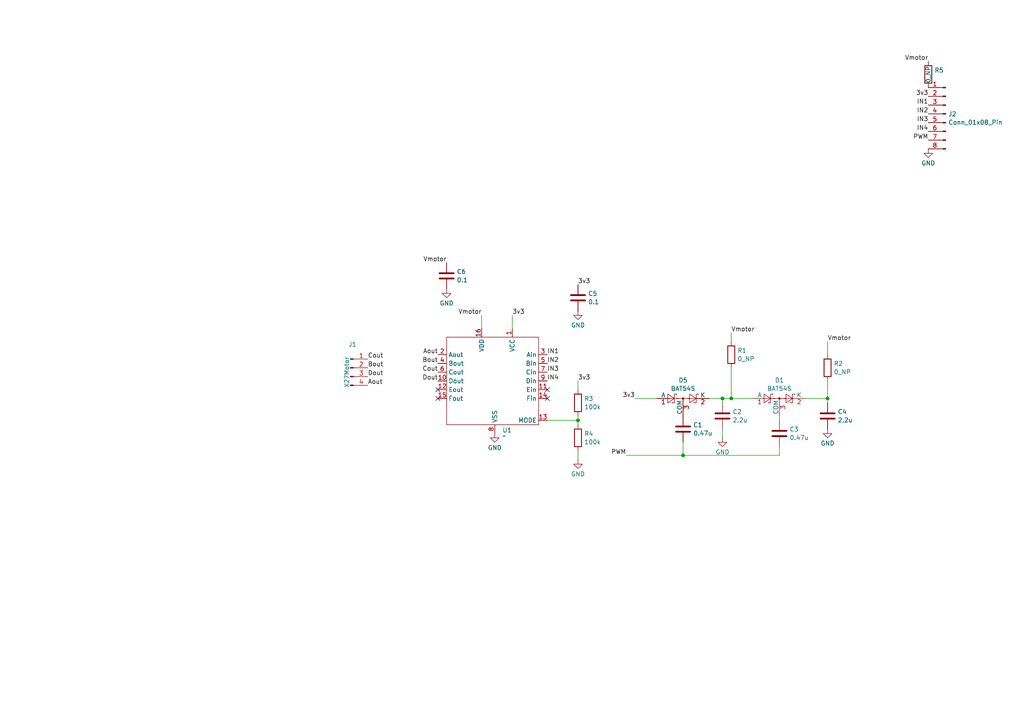
<source format=kicad_sch>
(kicad_sch
	(version 20231120)
	(generator "eeschema")
	(generator_version "8.0")
	(uuid "ab2933ba-843a-41ec-8943-c47d5611ecb5")
	(paper "A4")
	(lib_symbols
		(symbol "Connector:Conn_01x04_Pin"
			(pin_names
				(offset 1.016) hide)
			(exclude_from_sim no)
			(in_bom yes)
			(on_board yes)
			(property "Reference" "J"
				(at 0 5.08 0)
				(effects
					(font
						(size 1.27 1.27)
					)
				)
			)
			(property "Value" "Conn_01x04_Pin"
				(at 0 -7.62 0)
				(effects
					(font
						(size 1.27 1.27)
					)
				)
			)
			(property "Footprint" ""
				(at 0 0 0)
				(effects
					(font
						(size 1.27 1.27)
					)
					(hide yes)
				)
			)
			(property "Datasheet" "~"
				(at 0 0 0)
				(effects
					(font
						(size 1.27 1.27)
					)
					(hide yes)
				)
			)
			(property "Description" "Generic connector, single row, 01x04, script generated"
				(at 0 0 0)
				(effects
					(font
						(size 1.27 1.27)
					)
					(hide yes)
				)
			)
			(property "ki_locked" ""
				(at 0 0 0)
				(effects
					(font
						(size 1.27 1.27)
					)
				)
			)
			(property "ki_keywords" "connector"
				(at 0 0 0)
				(effects
					(font
						(size 1.27 1.27)
					)
					(hide yes)
				)
			)
			(property "ki_fp_filters" "Connector*:*_1x??_*"
				(at 0 0 0)
				(effects
					(font
						(size 1.27 1.27)
					)
					(hide yes)
				)
			)
			(symbol "Conn_01x04_Pin_1_1"
				(polyline
					(pts
						(xy 1.27 -5.08) (xy 0.8636 -5.08)
					)
					(stroke
						(width 0.1524)
						(type default)
					)
					(fill
						(type none)
					)
				)
				(polyline
					(pts
						(xy 1.27 -2.54) (xy 0.8636 -2.54)
					)
					(stroke
						(width 0.1524)
						(type default)
					)
					(fill
						(type none)
					)
				)
				(polyline
					(pts
						(xy 1.27 0) (xy 0.8636 0)
					)
					(stroke
						(width 0.1524)
						(type default)
					)
					(fill
						(type none)
					)
				)
				(polyline
					(pts
						(xy 1.27 2.54) (xy 0.8636 2.54)
					)
					(stroke
						(width 0.1524)
						(type default)
					)
					(fill
						(type none)
					)
				)
				(rectangle
					(start 0.8636 -4.953)
					(end 0 -5.207)
					(stroke
						(width 0.1524)
						(type default)
					)
					(fill
						(type outline)
					)
				)
				(rectangle
					(start 0.8636 -2.413)
					(end 0 -2.667)
					(stroke
						(width 0.1524)
						(type default)
					)
					(fill
						(type outline)
					)
				)
				(rectangle
					(start 0.8636 0.127)
					(end 0 -0.127)
					(stroke
						(width 0.1524)
						(type default)
					)
					(fill
						(type outline)
					)
				)
				(rectangle
					(start 0.8636 2.667)
					(end 0 2.413)
					(stroke
						(width 0.1524)
						(type default)
					)
					(fill
						(type outline)
					)
				)
				(pin passive line
					(at 5.08 2.54 180)
					(length 3.81)
					(name "Pin_1"
						(effects
							(font
								(size 1.27 1.27)
							)
						)
					)
					(number "1"
						(effects
							(font
								(size 1.27 1.27)
							)
						)
					)
				)
				(pin passive line
					(at 5.08 0 180)
					(length 3.81)
					(name "Pin_2"
						(effects
							(font
								(size 1.27 1.27)
							)
						)
					)
					(number "2"
						(effects
							(font
								(size 1.27 1.27)
							)
						)
					)
				)
				(pin passive line
					(at 5.08 -2.54 180)
					(length 3.81)
					(name "Pin_3"
						(effects
							(font
								(size 1.27 1.27)
							)
						)
					)
					(number "3"
						(effects
							(font
								(size 1.27 1.27)
							)
						)
					)
				)
				(pin passive line
					(at 5.08 -5.08 180)
					(length 3.81)
					(name "Pin_4"
						(effects
							(font
								(size 1.27 1.27)
							)
						)
					)
					(number "4"
						(effects
							(font
								(size 1.27 1.27)
							)
						)
					)
				)
			)
		)
		(symbol "Connector:Conn_01x08_Pin"
			(pin_names
				(offset 1.016) hide)
			(exclude_from_sim no)
			(in_bom yes)
			(on_board yes)
			(property "Reference" "J"
				(at 0 10.16 0)
				(effects
					(font
						(size 1.27 1.27)
					)
				)
			)
			(property "Value" "Conn_01x08_Pin"
				(at 0 -12.7 0)
				(effects
					(font
						(size 1.27 1.27)
					)
				)
			)
			(property "Footprint" ""
				(at 0 0 0)
				(effects
					(font
						(size 1.27 1.27)
					)
					(hide yes)
				)
			)
			(property "Datasheet" "~"
				(at 0 0 0)
				(effects
					(font
						(size 1.27 1.27)
					)
					(hide yes)
				)
			)
			(property "Description" "Generic connector, single row, 01x08, script generated"
				(at 0 0 0)
				(effects
					(font
						(size 1.27 1.27)
					)
					(hide yes)
				)
			)
			(property "ki_locked" ""
				(at 0 0 0)
				(effects
					(font
						(size 1.27 1.27)
					)
				)
			)
			(property "ki_keywords" "connector"
				(at 0 0 0)
				(effects
					(font
						(size 1.27 1.27)
					)
					(hide yes)
				)
			)
			(property "ki_fp_filters" "Connector*:*_1x??_*"
				(at 0 0 0)
				(effects
					(font
						(size 1.27 1.27)
					)
					(hide yes)
				)
			)
			(symbol "Conn_01x08_Pin_1_1"
				(polyline
					(pts
						(xy 1.27 -10.16) (xy 0.8636 -10.16)
					)
					(stroke
						(width 0.1524)
						(type default)
					)
					(fill
						(type none)
					)
				)
				(polyline
					(pts
						(xy 1.27 -7.62) (xy 0.8636 -7.62)
					)
					(stroke
						(width 0.1524)
						(type default)
					)
					(fill
						(type none)
					)
				)
				(polyline
					(pts
						(xy 1.27 -5.08) (xy 0.8636 -5.08)
					)
					(stroke
						(width 0.1524)
						(type default)
					)
					(fill
						(type none)
					)
				)
				(polyline
					(pts
						(xy 1.27 -2.54) (xy 0.8636 -2.54)
					)
					(stroke
						(width 0.1524)
						(type default)
					)
					(fill
						(type none)
					)
				)
				(polyline
					(pts
						(xy 1.27 0) (xy 0.8636 0)
					)
					(stroke
						(width 0.1524)
						(type default)
					)
					(fill
						(type none)
					)
				)
				(polyline
					(pts
						(xy 1.27 2.54) (xy 0.8636 2.54)
					)
					(stroke
						(width 0.1524)
						(type default)
					)
					(fill
						(type none)
					)
				)
				(polyline
					(pts
						(xy 1.27 5.08) (xy 0.8636 5.08)
					)
					(stroke
						(width 0.1524)
						(type default)
					)
					(fill
						(type none)
					)
				)
				(polyline
					(pts
						(xy 1.27 7.62) (xy 0.8636 7.62)
					)
					(stroke
						(width 0.1524)
						(type default)
					)
					(fill
						(type none)
					)
				)
				(rectangle
					(start 0.8636 -10.033)
					(end 0 -10.287)
					(stroke
						(width 0.1524)
						(type default)
					)
					(fill
						(type outline)
					)
				)
				(rectangle
					(start 0.8636 -7.493)
					(end 0 -7.747)
					(stroke
						(width 0.1524)
						(type default)
					)
					(fill
						(type outline)
					)
				)
				(rectangle
					(start 0.8636 -4.953)
					(end 0 -5.207)
					(stroke
						(width 0.1524)
						(type default)
					)
					(fill
						(type outline)
					)
				)
				(rectangle
					(start 0.8636 -2.413)
					(end 0 -2.667)
					(stroke
						(width 0.1524)
						(type default)
					)
					(fill
						(type outline)
					)
				)
				(rectangle
					(start 0.8636 0.127)
					(end 0 -0.127)
					(stroke
						(width 0.1524)
						(type default)
					)
					(fill
						(type outline)
					)
				)
				(rectangle
					(start 0.8636 2.667)
					(end 0 2.413)
					(stroke
						(width 0.1524)
						(type default)
					)
					(fill
						(type outline)
					)
				)
				(rectangle
					(start 0.8636 5.207)
					(end 0 4.953)
					(stroke
						(width 0.1524)
						(type default)
					)
					(fill
						(type outline)
					)
				)
				(rectangle
					(start 0.8636 7.747)
					(end 0 7.493)
					(stroke
						(width 0.1524)
						(type default)
					)
					(fill
						(type outline)
					)
				)
				(pin passive line
					(at 5.08 7.62 180)
					(length 3.81)
					(name "Pin_1"
						(effects
							(font
								(size 1.27 1.27)
							)
						)
					)
					(number "1"
						(effects
							(font
								(size 1.27 1.27)
							)
						)
					)
				)
				(pin passive line
					(at 5.08 5.08 180)
					(length 3.81)
					(name "Pin_2"
						(effects
							(font
								(size 1.27 1.27)
							)
						)
					)
					(number "2"
						(effects
							(font
								(size 1.27 1.27)
							)
						)
					)
				)
				(pin passive line
					(at 5.08 2.54 180)
					(length 3.81)
					(name "Pin_3"
						(effects
							(font
								(size 1.27 1.27)
							)
						)
					)
					(number "3"
						(effects
							(font
								(size 1.27 1.27)
							)
						)
					)
				)
				(pin passive line
					(at 5.08 0 180)
					(length 3.81)
					(name "Pin_4"
						(effects
							(font
								(size 1.27 1.27)
							)
						)
					)
					(number "4"
						(effects
							(font
								(size 1.27 1.27)
							)
						)
					)
				)
				(pin passive line
					(at 5.08 -2.54 180)
					(length 3.81)
					(name "Pin_5"
						(effects
							(font
								(size 1.27 1.27)
							)
						)
					)
					(number "5"
						(effects
							(font
								(size 1.27 1.27)
							)
						)
					)
				)
				(pin passive line
					(at 5.08 -5.08 180)
					(length 3.81)
					(name "Pin_6"
						(effects
							(font
								(size 1.27 1.27)
							)
						)
					)
					(number "6"
						(effects
							(font
								(size 1.27 1.27)
							)
						)
					)
				)
				(pin passive line
					(at 5.08 -7.62 180)
					(length 3.81)
					(name "Pin_7"
						(effects
							(font
								(size 1.27 1.27)
							)
						)
					)
					(number "7"
						(effects
							(font
								(size 1.27 1.27)
							)
						)
					)
				)
				(pin passive line
					(at 5.08 -10.16 180)
					(length 3.81)
					(name "Pin_8"
						(effects
							(font
								(size 1.27 1.27)
							)
						)
					)
					(number "8"
						(effects
							(font
								(size 1.27 1.27)
							)
						)
					)
				)
			)
		)
		(symbol "Device:C"
			(pin_numbers hide)
			(pin_names
				(offset 0.254)
			)
			(exclude_from_sim no)
			(in_bom yes)
			(on_board yes)
			(property "Reference" "C"
				(at 0.635 2.54 0)
				(effects
					(font
						(size 1.27 1.27)
					)
					(justify left)
				)
			)
			(property "Value" "C"
				(at 0.635 -2.54 0)
				(effects
					(font
						(size 1.27 1.27)
					)
					(justify left)
				)
			)
			(property "Footprint" ""
				(at 0.9652 -3.81 0)
				(effects
					(font
						(size 1.27 1.27)
					)
					(hide yes)
				)
			)
			(property "Datasheet" "~"
				(at 0 0 0)
				(effects
					(font
						(size 1.27 1.27)
					)
					(hide yes)
				)
			)
			(property "Description" "Unpolarized capacitor"
				(at 0 0 0)
				(effects
					(font
						(size 1.27 1.27)
					)
					(hide yes)
				)
			)
			(property "ki_keywords" "cap capacitor"
				(at 0 0 0)
				(effects
					(font
						(size 1.27 1.27)
					)
					(hide yes)
				)
			)
			(property "ki_fp_filters" "C_*"
				(at 0 0 0)
				(effects
					(font
						(size 1.27 1.27)
					)
					(hide yes)
				)
			)
			(symbol "C_0_1"
				(polyline
					(pts
						(xy -2.032 -0.762) (xy 2.032 -0.762)
					)
					(stroke
						(width 0.508)
						(type default)
					)
					(fill
						(type none)
					)
				)
				(polyline
					(pts
						(xy -2.032 0.762) (xy 2.032 0.762)
					)
					(stroke
						(width 0.508)
						(type default)
					)
					(fill
						(type none)
					)
				)
			)
			(symbol "C_1_1"
				(pin passive line
					(at 0 3.81 270)
					(length 2.794)
					(name "~"
						(effects
							(font
								(size 1.27 1.27)
							)
						)
					)
					(number "1"
						(effects
							(font
								(size 1.27 1.27)
							)
						)
					)
				)
				(pin passive line
					(at 0 -3.81 90)
					(length 2.794)
					(name "~"
						(effects
							(font
								(size 1.27 1.27)
							)
						)
					)
					(number "2"
						(effects
							(font
								(size 1.27 1.27)
							)
						)
					)
				)
			)
		)
		(symbol "Device:R"
			(pin_numbers hide)
			(pin_names
				(offset 0)
			)
			(exclude_from_sim no)
			(in_bom yes)
			(on_board yes)
			(property "Reference" "R"
				(at 2.032 0 90)
				(effects
					(font
						(size 1.27 1.27)
					)
				)
			)
			(property "Value" "R"
				(at 0 0 90)
				(effects
					(font
						(size 1.27 1.27)
					)
				)
			)
			(property "Footprint" ""
				(at -1.778 0 90)
				(effects
					(font
						(size 1.27 1.27)
					)
					(hide yes)
				)
			)
			(property "Datasheet" "~"
				(at 0 0 0)
				(effects
					(font
						(size 1.27 1.27)
					)
					(hide yes)
				)
			)
			(property "Description" "Resistor"
				(at 0 0 0)
				(effects
					(font
						(size 1.27 1.27)
					)
					(hide yes)
				)
			)
			(property "ki_keywords" "R res resistor"
				(at 0 0 0)
				(effects
					(font
						(size 1.27 1.27)
					)
					(hide yes)
				)
			)
			(property "ki_fp_filters" "R_*"
				(at 0 0 0)
				(effects
					(font
						(size 1.27 1.27)
					)
					(hide yes)
				)
			)
			(symbol "R_0_1"
				(rectangle
					(start -1.016 -2.54)
					(end 1.016 2.54)
					(stroke
						(width 0.254)
						(type default)
					)
					(fill
						(type none)
					)
				)
			)
			(symbol "R_1_1"
				(pin passive line
					(at 0 3.81 270)
					(length 1.27)
					(name "~"
						(effects
							(font
								(size 1.27 1.27)
							)
						)
					)
					(number "1"
						(effects
							(font
								(size 1.27 1.27)
							)
						)
					)
				)
				(pin passive line
					(at 0 -3.81 90)
					(length 1.27)
					(name "~"
						(effects
							(font
								(size 1.27 1.27)
							)
						)
					)
					(number "2"
						(effects
							(font
								(size 1.27 1.27)
							)
						)
					)
				)
			)
		)
		(symbol "Diode:BAT54S"
			(pin_names
				(offset 0)
			)
			(exclude_from_sim no)
			(in_bom yes)
			(on_board yes)
			(property "Reference" "D"
				(at 2.54 -5.08 0)
				(effects
					(font
						(size 1.27 1.27)
					)
					(justify left)
				)
			)
			(property "Value" "BAT54S"
				(at -6.35 3.175 0)
				(effects
					(font
						(size 1.27 1.27)
					)
					(justify left)
				)
			)
			(property "Footprint" "Package_TO_SOT_SMD:SOT-23"
				(at 1.905 3.175 0)
				(effects
					(font
						(size 1.27 1.27)
					)
					(justify left)
					(hide yes)
				)
			)
			(property "Datasheet" "https://www.diodes.com/assets/Datasheets/ds11005.pdf"
				(at -3.048 0 0)
				(effects
					(font
						(size 1.27 1.27)
					)
					(hide yes)
				)
			)
			(property "Description" "Vr 30V, If 200mA, Dual schottky barrier diode, in series, SOT-323"
				(at 0 0 0)
				(effects
					(font
						(size 1.27 1.27)
					)
					(hide yes)
				)
			)
			(property "ki_keywords" "schottky diode"
				(at 0 0 0)
				(effects
					(font
						(size 1.27 1.27)
					)
					(hide yes)
				)
			)
			(property "ki_fp_filters" "SOT?23*"
				(at 0 0 0)
				(effects
					(font
						(size 1.27 1.27)
					)
					(hide yes)
				)
			)
			(symbol "BAT54S_0_1"
				(polyline
					(pts
						(xy -3.81 0) (xy -1.27 0)
					)
					(stroke
						(width 0)
						(type default)
					)
					(fill
						(type none)
					)
				)
				(polyline
					(pts
						(xy -3.175 -1.27) (xy -3.175 -1.016)
					)
					(stroke
						(width 0)
						(type default)
					)
					(fill
						(type none)
					)
				)
				(polyline
					(pts
						(xy -2.54 -1.27) (xy -3.175 -1.27)
					)
					(stroke
						(width 0)
						(type default)
					)
					(fill
						(type none)
					)
				)
				(polyline
					(pts
						(xy -2.54 -1.27) (xy -2.54 1.27)
					)
					(stroke
						(width 0)
						(type default)
					)
					(fill
						(type none)
					)
				)
				(polyline
					(pts
						(xy -2.54 1.27) (xy -1.905 1.27)
					)
					(stroke
						(width 0)
						(type default)
					)
					(fill
						(type none)
					)
				)
				(polyline
					(pts
						(xy -1.905 0) (xy 1.905 0)
					)
					(stroke
						(width 0)
						(type default)
					)
					(fill
						(type none)
					)
				)
				(polyline
					(pts
						(xy -1.905 1.27) (xy -1.905 1.016)
					)
					(stroke
						(width 0)
						(type default)
					)
					(fill
						(type none)
					)
				)
				(polyline
					(pts
						(xy 1.27 0) (xy 3.81 0)
					)
					(stroke
						(width 0)
						(type default)
					)
					(fill
						(type none)
					)
				)
				(polyline
					(pts
						(xy 3.175 -1.27) (xy 3.175 -1.016)
					)
					(stroke
						(width 0)
						(type default)
					)
					(fill
						(type none)
					)
				)
				(polyline
					(pts
						(xy 3.81 -1.27) (xy 3.175 -1.27)
					)
					(stroke
						(width 0)
						(type default)
					)
					(fill
						(type none)
					)
				)
				(polyline
					(pts
						(xy 3.81 -1.27) (xy 3.81 1.27)
					)
					(stroke
						(width 0)
						(type default)
					)
					(fill
						(type none)
					)
				)
				(polyline
					(pts
						(xy 3.81 1.27) (xy 4.445 1.27)
					)
					(stroke
						(width 0)
						(type default)
					)
					(fill
						(type none)
					)
				)
				(polyline
					(pts
						(xy 4.445 1.27) (xy 4.445 1.016)
					)
					(stroke
						(width 0)
						(type default)
					)
					(fill
						(type none)
					)
				)
				(polyline
					(pts
						(xy -4.445 1.27) (xy -4.445 -1.27) (xy -2.54 0) (xy -4.445 1.27)
					)
					(stroke
						(width 0)
						(type default)
					)
					(fill
						(type none)
					)
				)
				(polyline
					(pts
						(xy 1.905 1.27) (xy 1.905 -1.27) (xy 3.81 0) (xy 1.905 1.27)
					)
					(stroke
						(width 0)
						(type default)
					)
					(fill
						(type none)
					)
				)
				(circle
					(center 0 0)
					(radius 0.254)
					(stroke
						(width 0)
						(type default)
					)
					(fill
						(type outline)
					)
				)
			)
			(symbol "BAT54S_1_1"
				(pin passive line
					(at -7.62 0 0)
					(length 3.81)
					(name "A"
						(effects
							(font
								(size 1.27 1.27)
							)
						)
					)
					(number "1"
						(effects
							(font
								(size 1.27 1.27)
							)
						)
					)
				)
				(pin passive line
					(at 7.62 0 180)
					(length 3.81)
					(name "K"
						(effects
							(font
								(size 1.27 1.27)
							)
						)
					)
					(number "2"
						(effects
							(font
								(size 1.27 1.27)
							)
						)
					)
				)
				(pin passive line
					(at 0 -5.08 90)
					(length 5.08)
					(name "COM"
						(effects
							(font
								(size 1.27 1.27)
							)
						)
					)
					(number "3"
						(effects
							(font
								(size 1.27 1.27)
							)
						)
					)
				)
			)
		)
		(symbol "New_Library:MC14504B"
			(exclude_from_sim no)
			(in_bom yes)
			(on_board yes)
			(property "Reference" "U"
				(at -40.64 15.24 0)
				(effects
					(font
						(size 1.27 1.27)
					)
				)
			)
			(property "Value" ""
				(at -40.64 15.24 0)
				(effects
					(font
						(size 1.27 1.27)
					)
				)
			)
			(property "Footprint" ""
				(at -40.64 15.24 0)
				(effects
					(font
						(size 1.27 1.27)
					)
					(hide yes)
				)
			)
			(property "Datasheet" ""
				(at -40.64 15.24 0)
				(effects
					(font
						(size 1.27 1.27)
					)
					(hide yes)
				)
			)
			(property "Description" ""
				(at -40.64 15.24 0)
				(effects
					(font
						(size 1.27 1.27)
					)
					(hide yes)
				)
			)
			(symbol "MC14504B_0_0"
				(pin power_in line
					(at 3.81 8.89 270)
					(length 2.54)
					(name "VCC"
						(effects
							(font
								(size 1.27 1.27)
							)
						)
					)
					(number "1"
						(effects
							(font
								(size 1.27 1.27)
							)
						)
					)
				)
				(pin output line
					(at -17.78 -6.35 0)
					(length 2.54)
					(name "Dout"
						(effects
							(font
								(size 1.27 1.27)
							)
						)
					)
					(number "10"
						(effects
							(font
								(size 1.27 1.27)
							)
						)
					)
				)
				(pin input line
					(at 13.97 -8.89 180)
					(length 2.54)
					(name "Ein"
						(effects
							(font
								(size 1.27 1.27)
							)
						)
					)
					(number "11"
						(effects
							(font
								(size 1.27 1.27)
							)
						)
					)
				)
				(pin output line
					(at -17.78 -8.89 0)
					(length 2.54)
					(name "Eout"
						(effects
							(font
								(size 1.27 1.27)
							)
						)
					)
					(number "12"
						(effects
							(font
								(size 1.27 1.27)
							)
						)
					)
				)
				(pin input line
					(at 13.97 -17.78 180)
					(length 2.54)
					(name "MODE"
						(effects
							(font
								(size 1.27 1.27)
							)
						)
					)
					(number "13"
						(effects
							(font
								(size 1.27 1.27)
							)
						)
					)
				)
				(pin input line
					(at 13.97 -11.43 180)
					(length 2.54)
					(name "Fin"
						(effects
							(font
								(size 1.27 1.27)
							)
						)
					)
					(number "14"
						(effects
							(font
								(size 1.27 1.27)
							)
						)
					)
				)
				(pin output line
					(at -17.78 -11.43 0)
					(length 2.54)
					(name "Fout"
						(effects
							(font
								(size 1.27 1.27)
							)
						)
					)
					(number "15"
						(effects
							(font
								(size 1.27 1.27)
							)
						)
					)
				)
				(pin power_in line
					(at -5.08 8.89 270)
					(length 2.54)
					(name "VDD"
						(effects
							(font
								(size 1.27 1.27)
							)
						)
					)
					(number "16"
						(effects
							(font
								(size 1.27 1.27)
							)
						)
					)
				)
				(pin output line
					(at -17.78 1.27 0)
					(length 2.54)
					(name "Aout"
						(effects
							(font
								(size 1.27 1.27)
							)
						)
					)
					(number "2"
						(effects
							(font
								(size 1.27 1.27)
							)
						)
					)
				)
				(pin input line
					(at 13.97 1.27 180)
					(length 2.54)
					(name "Ain"
						(effects
							(font
								(size 1.27 1.27)
							)
						)
					)
					(number "3"
						(effects
							(font
								(size 1.27 1.27)
							)
						)
					)
				)
				(pin output line
					(at -17.78 -1.27 0)
					(length 2.54)
					(name "Bout"
						(effects
							(font
								(size 1.27 1.27)
							)
						)
					)
					(number "4"
						(effects
							(font
								(size 1.27 1.27)
							)
						)
					)
				)
				(pin input line
					(at 13.97 -1.27 180)
					(length 2.54)
					(name "Bin"
						(effects
							(font
								(size 1.27 1.27)
							)
						)
					)
					(number "5"
						(effects
							(font
								(size 1.27 1.27)
							)
						)
					)
				)
				(pin output line
					(at -17.78 -3.81 0)
					(length 2.54)
					(name "Cout"
						(effects
							(font
								(size 1.27 1.27)
							)
						)
					)
					(number "6"
						(effects
							(font
								(size 1.27 1.27)
							)
						)
					)
				)
				(pin input line
					(at 13.97 -3.81 180)
					(length 2.54)
					(name "Cin"
						(effects
							(font
								(size 1.27 1.27)
							)
						)
					)
					(number "7"
						(effects
							(font
								(size 1.27 1.27)
							)
						)
					)
				)
				(pin power_in line
					(at -1.27 -21.59 90)
					(length 2.54)
					(name "VSS"
						(effects
							(font
								(size 1.27 1.27)
							)
						)
					)
					(number "8"
						(effects
							(font
								(size 1.27 1.27)
							)
						)
					)
				)
				(pin input line
					(at 13.97 -6.35 180)
					(length 2.54)
					(name "Din"
						(effects
							(font
								(size 1.27 1.27)
							)
						)
					)
					(number "9"
						(effects
							(font
								(size 1.27 1.27)
							)
						)
					)
				)
			)
			(symbol "MC14504B_0_1"
				(rectangle
					(start -15.24 6.35)
					(end 11.43 -19.05)
					(stroke
						(width 0)
						(type default)
					)
					(fill
						(type none)
					)
				)
			)
		)
		(symbol "power:GND"
			(power)
			(pin_numbers hide)
			(pin_names
				(offset 0) hide)
			(exclude_from_sim no)
			(in_bom yes)
			(on_board yes)
			(property "Reference" "#PWR"
				(at 0 -6.35 0)
				(effects
					(font
						(size 1.27 1.27)
					)
					(hide yes)
				)
			)
			(property "Value" "GND"
				(at 0 -3.81 0)
				(effects
					(font
						(size 1.27 1.27)
					)
				)
			)
			(property "Footprint" ""
				(at 0 0 0)
				(effects
					(font
						(size 1.27 1.27)
					)
					(hide yes)
				)
			)
			(property "Datasheet" ""
				(at 0 0 0)
				(effects
					(font
						(size 1.27 1.27)
					)
					(hide yes)
				)
			)
			(property "Description" "Power symbol creates a global label with name \"GND\" , ground"
				(at 0 0 0)
				(effects
					(font
						(size 1.27 1.27)
					)
					(hide yes)
				)
			)
			(property "ki_keywords" "global power"
				(at 0 0 0)
				(effects
					(font
						(size 1.27 1.27)
					)
					(hide yes)
				)
			)
			(symbol "GND_0_1"
				(polyline
					(pts
						(xy 0 0) (xy 0 -1.27) (xy 1.27 -1.27) (xy 0 -2.54) (xy -1.27 -1.27) (xy 0 -1.27)
					)
					(stroke
						(width 0)
						(type default)
					)
					(fill
						(type none)
					)
				)
			)
			(symbol "GND_1_1"
				(pin power_in line
					(at 0 0 270)
					(length 0)
					(name "~"
						(effects
							(font
								(size 1.27 1.27)
							)
						)
					)
					(number "1"
						(effects
							(font
								(size 1.27 1.27)
							)
						)
					)
				)
			)
		)
	)
	(junction
		(at 209.55 115.57)
		(diameter 0)
		(color 0 0 0 0)
		(uuid "0c959008-0c08-4616-aea0-7ffdb4df600a")
	)
	(junction
		(at 240.03 115.57)
		(diameter 0)
		(color 0 0 0 0)
		(uuid "1cf2badb-fb1a-46c1-af89-49864fb5f604")
	)
	(junction
		(at 198.12 132.08)
		(diameter 0)
		(color 0 0 0 0)
		(uuid "67d6af19-0a11-4d14-b553-d12f11c0abdb")
	)
	(junction
		(at 167.64 121.92)
		(diameter 0)
		(color 0 0 0 0)
		(uuid "c04cacbf-7e95-4d86-8466-d3b9a7286937")
	)
	(junction
		(at 212.09 115.57)
		(diameter 0)
		(color 0 0 0 0)
		(uuid "cfb0cab8-8370-4877-bc20-20f767760ec2")
	)
	(no_connect
		(at 127 115.57)
		(uuid "075f8241-1827-47e8-b9cc-ccb72140a721")
	)
	(no_connect
		(at 158.75 113.03)
		(uuid "433a638a-38ec-4d7f-87ec-c8f552df33e9")
	)
	(no_connect
		(at 127 113.03)
		(uuid "480be686-cba6-4d59-83df-b16b1c274029")
	)
	(no_connect
		(at 158.75 115.57)
		(uuid "79d77222-ee27-42b6-8612-c771fbd03744")
	)
	(wire
		(pts
			(xy 139.7 91.44) (xy 139.7 95.25)
		)
		(stroke
			(width 0)
			(type default)
		)
		(uuid "01ac0072-52b5-49c8-bca2-ca3353f4632e")
	)
	(wire
		(pts
			(xy 226.06 120.65) (xy 226.06 121.92)
		)
		(stroke
			(width 0)
			(type default)
		)
		(uuid "20c08c21-73fb-406a-aae0-c0a5bc971978")
	)
	(wire
		(pts
			(xy 240.03 115.57) (xy 240.03 116.84)
		)
		(stroke
			(width 0)
			(type default)
		)
		(uuid "2407bfe5-dff8-44bd-9fa5-903ff6c1ea67")
	)
	(wire
		(pts
			(xy 212.09 115.57) (xy 218.44 115.57)
		)
		(stroke
			(width 0)
			(type default)
		)
		(uuid "2fa3439b-d4f7-49e8-aa54-e926fcfd527b")
	)
	(wire
		(pts
			(xy 167.64 110.49) (xy 167.64 113.03)
		)
		(stroke
			(width 0)
			(type default)
		)
		(uuid "46668c2c-16b2-4aaa-b458-c9f04e717312")
	)
	(wire
		(pts
			(xy 158.75 121.92) (xy 167.64 121.92)
		)
		(stroke
			(width 0)
			(type default)
		)
		(uuid "6ef6181f-ba8b-4e57-9462-440deafd99dd")
	)
	(wire
		(pts
			(xy 167.64 133.35) (xy 167.64 130.81)
		)
		(stroke
			(width 0)
			(type default)
		)
		(uuid "6f8c830d-c11e-4269-8c83-9d534379887c")
	)
	(wire
		(pts
			(xy 198.12 128.27) (xy 198.12 132.08)
		)
		(stroke
			(width 0)
			(type default)
		)
		(uuid "74bac21a-4d3d-4dbc-b604-8e02e2266f39")
	)
	(wire
		(pts
			(xy 233.68 115.57) (xy 240.03 115.57)
		)
		(stroke
			(width 0)
			(type default)
		)
		(uuid "77fe5934-3ed5-4190-8fb6-baedcccdb60c")
	)
	(wire
		(pts
			(xy 209.55 115.57) (xy 209.55 116.84)
		)
		(stroke
			(width 0)
			(type default)
		)
		(uuid "815ca945-4fb8-4390-b958-bd0fcbbcf42e")
	)
	(wire
		(pts
			(xy 209.55 115.57) (xy 212.09 115.57)
		)
		(stroke
			(width 0)
			(type default)
		)
		(uuid "829cbb64-ccde-4d57-9c8d-27c82dfd4080")
	)
	(wire
		(pts
			(xy 209.55 127) (xy 209.55 124.46)
		)
		(stroke
			(width 0)
			(type default)
		)
		(uuid "84dfbf2e-2f12-4a3b-a8d8-9a32c20527c0")
	)
	(wire
		(pts
			(xy 212.09 106.68) (xy 212.09 115.57)
		)
		(stroke
			(width 0)
			(type default)
		)
		(uuid "8a874bbc-16cb-4243-8645-967d33e4dc65")
	)
	(wire
		(pts
			(xy 181.61 132.08) (xy 198.12 132.08)
		)
		(stroke
			(width 0)
			(type default)
		)
		(uuid "9039d032-f62d-4d8a-aa12-e25b36026b6b")
	)
	(wire
		(pts
			(xy 212.09 96.52) (xy 212.09 99.06)
		)
		(stroke
			(width 0)
			(type default)
		)
		(uuid "9949d973-b09f-451f-a098-66cd2cb6b4bf")
	)
	(wire
		(pts
			(xy 240.03 110.49) (xy 240.03 115.57)
		)
		(stroke
			(width 0)
			(type default)
		)
		(uuid "9cab3f14-127d-4118-b1bc-65de5a6ddce2")
	)
	(wire
		(pts
			(xy 167.64 121.92) (xy 167.64 120.65)
		)
		(stroke
			(width 0)
			(type default)
		)
		(uuid "b85f602f-f2b4-4ca6-8458-499172e1db11")
	)
	(wire
		(pts
			(xy 184.15 115.57) (xy 190.5 115.57)
		)
		(stroke
			(width 0)
			(type default)
		)
		(uuid "c87e9d29-b67d-4a61-a614-7c2b2d59a60d")
	)
	(wire
		(pts
			(xy 167.64 121.92) (xy 167.64 123.19)
		)
		(stroke
			(width 0)
			(type default)
		)
		(uuid "d195dc61-691b-46b3-a7a4-3ecb06287837")
	)
	(wire
		(pts
			(xy 198.12 132.08) (xy 226.06 132.08)
		)
		(stroke
			(width 0)
			(type default)
		)
		(uuid "d4b830c8-0c2e-4a2d-8f1f-7f97e2171838")
	)
	(wire
		(pts
			(xy 148.59 91.44) (xy 148.59 95.25)
		)
		(stroke
			(width 0)
			(type default)
		)
		(uuid "e7fc2a88-6436-4a08-8711-c637a3c3d114")
	)
	(wire
		(pts
			(xy 205.74 115.57) (xy 209.55 115.57)
		)
		(stroke
			(width 0)
			(type default)
		)
		(uuid "f75efae0-3c8e-43ba-8ab3-320af0f28bdb")
	)
	(wire
		(pts
			(xy 240.03 99.06) (xy 240.03 102.87)
		)
		(stroke
			(width 0)
			(type default)
		)
		(uuid "f883bdac-01b8-49ad-9a61-86dcba2e3b5c")
	)
	(wire
		(pts
			(xy 226.06 132.08) (xy 226.06 129.54)
		)
		(stroke
			(width 0)
			(type default)
		)
		(uuid "fd80565b-529f-4d8f-a942-4d3e983781b8")
	)
	(label "Vmotor"
		(at 212.09 96.52 0)
		(fields_autoplaced yes)
		(effects
			(font
				(size 1.27 1.27)
			)
			(justify left bottom)
		)
		(uuid "157e412d-15b5-4e55-bdaa-abed21adc934")
	)
	(label "3v3"
		(at 269.24 27.94 180)
		(fields_autoplaced yes)
		(effects
			(font
				(size 1.27 1.27)
			)
			(justify right bottom)
		)
		(uuid "15b37f98-594f-49a6-b364-79af4875cb0e")
	)
	(label "IN4"
		(at 269.24 38.1 180)
		(fields_autoplaced yes)
		(effects
			(font
				(size 1.27 1.27)
			)
			(justify right bottom)
		)
		(uuid "1c4859c1-8eec-42ba-8195-b8c7ec3f21ec")
	)
	(label "Aout"
		(at 127 102.87 180)
		(fields_autoplaced yes)
		(effects
			(font
				(size 1.27 1.27)
			)
			(justify right bottom)
		)
		(uuid "2c1d59a1-657b-49b9-ad93-e0a92421769c")
	)
	(label "IN2"
		(at 269.24 33.02 180)
		(fields_autoplaced yes)
		(effects
			(font
				(size 1.27 1.27)
			)
			(justify right bottom)
		)
		(uuid "2e10390a-b12f-4a41-8a15-97c1bdebfb3a")
	)
	(label "3v3"
		(at 167.64 110.49 0)
		(fields_autoplaced yes)
		(effects
			(font
				(size 1.27 1.27)
			)
			(justify left bottom)
		)
		(uuid "2e65ed7f-5bff-423c-9832-d11e2577a4ac")
	)
	(label "Bout"
		(at 127 105.41 180)
		(fields_autoplaced yes)
		(effects
			(font
				(size 1.27 1.27)
			)
			(justify right bottom)
		)
		(uuid "32cc6a4d-d792-431d-b876-68e6b0eaa79e")
	)
	(label "Cout"
		(at 127 107.95 180)
		(fields_autoplaced yes)
		(effects
			(font
				(size 1.27 1.27)
			)
			(justify right bottom)
		)
		(uuid "39f714d5-5791-447f-94f1-8c781a09fd26")
	)
	(label "IN2"
		(at 158.75 105.41 0)
		(fields_autoplaced yes)
		(effects
			(font
				(size 1.27 1.27)
			)
			(justify left bottom)
		)
		(uuid "3b2d25bd-6135-4609-893c-d5913007b71f")
	)
	(label "3v3"
		(at 148.59 91.44 0)
		(fields_autoplaced yes)
		(effects
			(font
				(size 1.27 1.27)
			)
			(justify left bottom)
		)
		(uuid "3fde4ca1-cf5b-422a-8ac9-58e9bb69010c")
	)
	(label "Vmotor"
		(at 269.24 17.78 180)
		(fields_autoplaced yes)
		(effects
			(font
				(size 1.27 1.27)
			)
			(justify right bottom)
		)
		(uuid "4711bad8-8c8d-459c-8c4c-295a9132628b")
	)
	(label "IN1"
		(at 269.24 30.48 180)
		(fields_autoplaced yes)
		(effects
			(font
				(size 1.27 1.27)
			)
			(justify right bottom)
		)
		(uuid "4d862dae-b146-45dd-b1f2-bead4df5d6c2")
	)
	(label "Dout"
		(at 106.68 109.22 0)
		(fields_autoplaced yes)
		(effects
			(font
				(size 1.27 1.27)
			)
			(justify left bottom)
		)
		(uuid "560fe15c-9964-476a-b6c1-f4554444d835")
	)
	(label "Dout"
		(at 127 110.49 180)
		(fields_autoplaced yes)
		(effects
			(font
				(size 1.27 1.27)
			)
			(justify right bottom)
		)
		(uuid "5b6b72cb-b179-4097-aed3-74f12b85bc6b")
	)
	(label "3v3"
		(at 167.64 82.55 0)
		(fields_autoplaced yes)
		(effects
			(font
				(size 1.27 1.27)
			)
			(justify left bottom)
		)
		(uuid "7050c0db-40b8-47c4-b6a4-cdbdf8342c4b")
	)
	(label "PWM"
		(at 181.61 132.08 180)
		(fields_autoplaced yes)
		(effects
			(font
				(size 1.27 1.27)
			)
			(justify right bottom)
		)
		(uuid "7147165f-d3c8-4153-9074-fd3f04b1d33a")
	)
	(label "3v3"
		(at 184.15 115.57 180)
		(fields_autoplaced yes)
		(effects
			(font
				(size 1.27 1.27)
			)
			(justify right bottom)
		)
		(uuid "7959631c-5d04-4734-8a54-d51646b804a4")
	)
	(label "Aout"
		(at 106.68 111.76 0)
		(fields_autoplaced yes)
		(effects
			(font
				(size 1.27 1.27)
			)
			(justify left bottom)
		)
		(uuid "7a942c21-3e13-47b4-9ea0-b681e5b51bc5")
	)
	(label "Vmotor"
		(at 139.7 91.44 180)
		(fields_autoplaced yes)
		(effects
			(font
				(size 1.27 1.27)
			)
			(justify right bottom)
		)
		(uuid "7e40f2fd-ab6e-4cec-8e13-3d777fd8f4df")
	)
	(label "Cout"
		(at 106.68 104.14 0)
		(fields_autoplaced yes)
		(effects
			(font
				(size 1.27 1.27)
			)
			(justify left bottom)
		)
		(uuid "848b7d59-21fc-4aca-b1e9-94947c18b68b")
	)
	(label "Bout"
		(at 106.68 106.68 0)
		(fields_autoplaced yes)
		(effects
			(font
				(size 1.27 1.27)
			)
			(justify left bottom)
		)
		(uuid "9ba7981d-84de-424a-94b2-43556ba396b3")
	)
	(label "IN1"
		(at 158.75 102.87 0)
		(fields_autoplaced yes)
		(effects
			(font
				(size 1.27 1.27)
			)
			(justify left bottom)
		)
		(uuid "b9282618-a56f-48ca-801f-e3d9bfdc164a")
	)
	(label "IN3"
		(at 269.24 35.56 180)
		(fields_autoplaced yes)
		(effects
			(font
				(size 1.27 1.27)
			)
			(justify right bottom)
		)
		(uuid "bf47ecd2-af5c-4efe-93b3-562b2af6973e")
	)
	(label "PWM"
		(at 269.24 40.64 180)
		(fields_autoplaced yes)
		(effects
			(font
				(size 1.27 1.27)
			)
			(justify right bottom)
		)
		(uuid "bfaaeced-f238-4a0a-8260-79f9295365c4")
	)
	(label "Vmotor"
		(at 240.03 99.06 0)
		(fields_autoplaced yes)
		(effects
			(font
				(size 1.27 1.27)
			)
			(justify left bottom)
		)
		(uuid "cc37ff61-a3ff-4b46-9661-23a6a2def295")
	)
	(label "IN4"
		(at 158.75 110.49 0)
		(fields_autoplaced yes)
		(effects
			(font
				(size 1.27 1.27)
			)
			(justify left bottom)
		)
		(uuid "cf4a752d-2485-4a7b-ae44-f62b119d4e8e")
	)
	(label "IN3"
		(at 158.75 107.95 0)
		(fields_autoplaced yes)
		(effects
			(font
				(size 1.27 1.27)
			)
			(justify left bottom)
		)
		(uuid "ecf4fc74-a5b6-436a-beac-9da215e4e6f0")
	)
	(label "Vmotor"
		(at 129.54 76.2 180)
		(fields_autoplaced yes)
		(effects
			(font
				(size 1.27 1.27)
			)
			(justify right bottom)
		)
		(uuid "f2326cf3-1be9-486d-baca-c5bd16730419")
	)
	(symbol
		(lib_id "Device:R")
		(at 167.64 127 0)
		(unit 1)
		(exclude_from_sim no)
		(in_bom yes)
		(on_board yes)
		(dnp no)
		(fields_autoplaced yes)
		(uuid "05358001-08a4-4cea-8e65-7099372d7a4b")
		(property "Reference" "R4"
			(at 169.418 125.7878 0)
			(effects
				(font
					(size 1.27 1.27)
				)
				(justify left)
			)
		)
		(property "Value" "100k"
			(at 169.418 128.2121 0)
			(effects
				(font
					(size 1.27 1.27)
				)
				(justify left)
			)
		)
		(property "Footprint" "Resistor_SMD:R_0402_1005Metric"
			(at 165.862 127 90)
			(effects
				(font
					(size 1.27 1.27)
				)
				(hide yes)
			)
		)
		(property "Datasheet" "~"
			(at 167.64 127 0)
			(effects
				(font
					(size 1.27 1.27)
				)
				(hide yes)
			)
		)
		(property "Description" "Resistor"
			(at 167.64 127 0)
			(effects
				(font
					(size 1.27 1.27)
				)
				(hide yes)
			)
		)
		(pin "2"
			(uuid "9c5811a7-dd03-4205-80a0-0cf07185df23")
		)
		(pin "1"
			(uuid "13737171-9ee0-471b-832a-82a981dc8c66")
		)
		(instances
			(project "TestBed0"
				(path "/ab2933ba-843a-41ec-8943-c47d5611ecb5"
					(reference "R4")
					(unit 1)
				)
			)
		)
	)
	(symbol
		(lib_id "Device:C")
		(at 226.06 125.73 180)
		(unit 1)
		(exclude_from_sim no)
		(in_bom yes)
		(on_board yes)
		(dnp no)
		(fields_autoplaced yes)
		(uuid "1467bf33-47f6-4bb1-8cf0-58b218b9afe2")
		(property "Reference" "C3"
			(at 228.981 124.5178 0)
			(effects
				(font
					(size 1.27 1.27)
				)
				(justify right)
			)
		)
		(property "Value" "0.47u"
			(at 228.981 126.9421 0)
			(effects
				(font
					(size 1.27 1.27)
				)
				(justify right)
			)
		)
		(property "Footprint" "Capacitor_SMD:C_0402_1005Metric_Pad0.74x0.62mm_HandSolder"
			(at 225.0948 121.92 0)
			(effects
				(font
					(size 1.27 1.27)
				)
				(hide yes)
			)
		)
		(property "Datasheet" "~"
			(at 226.06 125.73 0)
			(effects
				(font
					(size 1.27 1.27)
				)
				(hide yes)
			)
		)
		(property "Description" "Unpolarized capacitor"
			(at 226.06 125.73 0)
			(effects
				(font
					(size 1.27 1.27)
				)
				(hide yes)
			)
		)
		(pin "1"
			(uuid "dc188f66-f52d-424a-a809-c484d58ecbd9")
		)
		(pin "2"
			(uuid "1b5cb838-349f-4ff6-9a25-3336f13a67f4")
		)
		(instances
			(project "TestBed0"
				(path "/ab2933ba-843a-41ec-8943-c47d5611ecb5"
					(reference "C3")
					(unit 1)
				)
			)
		)
	)
	(symbol
		(lib_id "power:GND")
		(at 167.64 90.17 0)
		(unit 1)
		(exclude_from_sim no)
		(in_bom yes)
		(on_board yes)
		(dnp no)
		(fields_autoplaced yes)
		(uuid "168ee981-e6e9-4ab1-a21f-9824608eecf8")
		(property "Reference" "#PWR05"
			(at 167.64 96.52 0)
			(effects
				(font
					(size 1.27 1.27)
				)
				(hide yes)
			)
		)
		(property "Value" "GND"
			(at 167.64 94.3031 0)
			(effects
				(font
					(size 1.27 1.27)
				)
			)
		)
		(property "Footprint" ""
			(at 167.64 90.17 0)
			(effects
				(font
					(size 1.27 1.27)
				)
				(hide yes)
			)
		)
		(property "Datasheet" ""
			(at 167.64 90.17 0)
			(effects
				(font
					(size 1.27 1.27)
				)
				(hide yes)
			)
		)
		(property "Description" "Power symbol creates a global label with name \"GND\" , ground"
			(at 167.64 90.17 0)
			(effects
				(font
					(size 1.27 1.27)
				)
				(hide yes)
			)
		)
		(pin "1"
			(uuid "2b2d7202-c4a4-4420-a0f4-7ee9116ccb2d")
		)
		(instances
			(project ""
				(path "/ab2933ba-843a-41ec-8943-c47d5611ecb5"
					(reference "#PWR05")
					(unit 1)
				)
			)
		)
	)
	(symbol
		(lib_id "Device:R")
		(at 212.09 102.87 0)
		(unit 1)
		(exclude_from_sim no)
		(in_bom yes)
		(on_board yes)
		(dnp no)
		(fields_autoplaced yes)
		(uuid "212edcee-b8b1-4051-8a31-5bedc120e1a2")
		(property "Reference" "R1"
			(at 213.868 101.6578 0)
			(effects
				(font
					(size 1.27 1.27)
				)
				(justify left)
			)
		)
		(property "Value" "0_NP"
			(at 213.868 104.0821 0)
			(effects
				(font
					(size 1.27 1.27)
				)
				(justify left)
			)
		)
		(property "Footprint" "Resistor_SMD:R_0402_1005Metric"
			(at 210.312 102.87 90)
			(effects
				(font
					(size 1.27 1.27)
				)
				(hide yes)
			)
		)
		(property "Datasheet" "~"
			(at 212.09 102.87 0)
			(effects
				(font
					(size 1.27 1.27)
				)
				(hide yes)
			)
		)
		(property "Description" "Resistor"
			(at 212.09 102.87 0)
			(effects
				(font
					(size 1.27 1.27)
				)
				(hide yes)
			)
		)
		(pin "1"
			(uuid "cfa322ce-840c-427a-b82f-a6b0a82b12ae")
		)
		(pin "2"
			(uuid "1fb0496b-640f-43d9-99a4-24485049f345")
		)
		(instances
			(project ""
				(path "/ab2933ba-843a-41ec-8943-c47d5611ecb5"
					(reference "R1")
					(unit 1)
				)
			)
		)
	)
	(symbol
		(lib_id "Connector:Conn_01x04_Pin")
		(at 101.6 106.68 0)
		(unit 1)
		(exclude_from_sim no)
		(in_bom yes)
		(on_board yes)
		(dnp no)
		(uuid "25e9ec31-f68a-4301-894b-e32fe2dccba8")
		(property "Reference" "J1"
			(at 102.235 99.9193 0)
			(effects
				(font
					(size 1.27 1.27)
				)
			)
		)
		(property "Value" "X27Motor"
			(at 100.584 107.95 90)
			(effects
				(font
					(size 1.27 1.27)
				)
			)
		)
		(property "Footprint" "Library:X27-168"
			(at 101.6 106.68 0)
			(effects
				(font
					(size 1.27 1.27)
				)
				(hide yes)
			)
		)
		(property "Datasheet" "~"
			(at 101.6 106.68 0)
			(effects
				(font
					(size 1.27 1.27)
				)
				(hide yes)
			)
		)
		(property "Description" "Generic connector, single row, 01x04, script generated"
			(at 101.6 106.68 0)
			(effects
				(font
					(size 1.27 1.27)
				)
				(hide yes)
			)
		)
		(pin "3"
			(uuid "09e06496-a992-4d3f-a1a1-b6be5b229dfd")
		)
		(pin "2"
			(uuid "6120bd39-5494-4914-b03b-408069b4c6d2")
		)
		(pin "4"
			(uuid "63898da6-4cfb-4772-a7f3-1806af6f9e6c")
		)
		(pin "1"
			(uuid "930138cf-e914-4e07-83f1-052c24e18639")
		)
		(instances
			(project "TestBed0"
				(path "/ab2933ba-843a-41ec-8943-c47d5611ecb5"
					(reference "J1")
					(unit 1)
				)
			)
		)
	)
	(symbol
		(lib_id "power:GND")
		(at 240.03 124.46 0)
		(unit 1)
		(exclude_from_sim no)
		(in_bom yes)
		(on_board yes)
		(dnp no)
		(fields_autoplaced yes)
		(uuid "25fdc556-a54b-4303-984c-7382b48f3516")
		(property "Reference" "#PWR02"
			(at 240.03 130.81 0)
			(effects
				(font
					(size 1.27 1.27)
				)
				(hide yes)
			)
		)
		(property "Value" "GND"
			(at 240.03 128.5931 0)
			(effects
				(font
					(size 1.27 1.27)
				)
			)
		)
		(property "Footprint" ""
			(at 240.03 124.46 0)
			(effects
				(font
					(size 1.27 1.27)
				)
				(hide yes)
			)
		)
		(property "Datasheet" ""
			(at 240.03 124.46 0)
			(effects
				(font
					(size 1.27 1.27)
				)
				(hide yes)
			)
		)
		(property "Description" "Power symbol creates a global label with name \"GND\" , ground"
			(at 240.03 124.46 0)
			(effects
				(font
					(size 1.27 1.27)
				)
				(hide yes)
			)
		)
		(pin "1"
			(uuid "129c3281-b209-4c96-8177-b6cf24bdc514")
		)
		(instances
			(project "TestBed0"
				(path "/ab2933ba-843a-41ec-8943-c47d5611ecb5"
					(reference "#PWR02")
					(unit 1)
				)
			)
		)
	)
	(symbol
		(lib_id "Device:C")
		(at 240.03 120.65 0)
		(unit 1)
		(exclude_from_sim no)
		(in_bom yes)
		(on_board yes)
		(dnp no)
		(fields_autoplaced yes)
		(uuid "38596495-10ae-48ea-8308-4049c6b72652")
		(property "Reference" "C4"
			(at 242.951 119.4378 0)
			(effects
				(font
					(size 1.27 1.27)
				)
				(justify left)
			)
		)
		(property "Value" "2.2u"
			(at 242.951 121.8621 0)
			(effects
				(font
					(size 1.27 1.27)
				)
				(justify left)
			)
		)
		(property "Footprint" "Capacitor_SMD:C_0402_1005Metric_Pad0.74x0.62mm_HandSolder"
			(at 240.9952 124.46 0)
			(effects
				(font
					(size 1.27 1.27)
				)
				(hide yes)
			)
		)
		(property "Datasheet" "~"
			(at 240.03 120.65 0)
			(effects
				(font
					(size 1.27 1.27)
				)
				(hide yes)
			)
		)
		(property "Description" "Unpolarized capacitor"
			(at 240.03 120.65 0)
			(effects
				(font
					(size 1.27 1.27)
				)
				(hide yes)
			)
		)
		(pin "1"
			(uuid "dc53611f-29da-4dfc-97f4-d1c719e5b2ac")
		)
		(pin "2"
			(uuid "eecd7c6a-1d5e-4ea4-925f-617ca9275eef")
		)
		(instances
			(project "TestBed0"
				(path "/ab2933ba-843a-41ec-8943-c47d5611ecb5"
					(reference "C4")
					(unit 1)
				)
			)
		)
	)
	(symbol
		(lib_id "power:GND")
		(at 167.64 133.35 0)
		(unit 1)
		(exclude_from_sim no)
		(in_bom yes)
		(on_board yes)
		(dnp no)
		(fields_autoplaced yes)
		(uuid "4b55d4ab-8d35-4891-b9ee-b84686460e42")
		(property "Reference" "#PWR07"
			(at 167.64 139.7 0)
			(effects
				(font
					(size 1.27 1.27)
				)
				(hide yes)
			)
		)
		(property "Value" "GND"
			(at 167.64 137.4831 0)
			(effects
				(font
					(size 1.27 1.27)
				)
			)
		)
		(property "Footprint" ""
			(at 167.64 133.35 0)
			(effects
				(font
					(size 1.27 1.27)
				)
				(hide yes)
			)
		)
		(property "Datasheet" ""
			(at 167.64 133.35 0)
			(effects
				(font
					(size 1.27 1.27)
				)
				(hide yes)
			)
		)
		(property "Description" "Power symbol creates a global label with name \"GND\" , ground"
			(at 167.64 133.35 0)
			(effects
				(font
					(size 1.27 1.27)
				)
				(hide yes)
			)
		)
		(pin "1"
			(uuid "076eb954-0833-4e3c-9df3-0f82e9915ec7")
		)
		(instances
			(project "TestBed0"
				(path "/ab2933ba-843a-41ec-8943-c47d5611ecb5"
					(reference "#PWR07")
					(unit 1)
				)
			)
		)
	)
	(symbol
		(lib_id "power:GND")
		(at 269.24 43.18 0)
		(unit 1)
		(exclude_from_sim no)
		(in_bom yes)
		(on_board yes)
		(dnp no)
		(fields_autoplaced yes)
		(uuid "64f2bd09-cfa1-4e74-9048-9d915ad5d7a0")
		(property "Reference" "#PWR03"
			(at 269.24 49.53 0)
			(effects
				(font
					(size 1.27 1.27)
				)
				(hide yes)
			)
		)
		(property "Value" "GND"
			(at 269.24 47.3131 0)
			(effects
				(font
					(size 1.27 1.27)
				)
			)
		)
		(property "Footprint" ""
			(at 269.24 43.18 0)
			(effects
				(font
					(size 1.27 1.27)
				)
				(hide yes)
			)
		)
		(property "Datasheet" ""
			(at 269.24 43.18 0)
			(effects
				(font
					(size 1.27 1.27)
				)
				(hide yes)
			)
		)
		(property "Description" "Power symbol creates a global label with name \"GND\" , ground"
			(at 269.24 43.18 0)
			(effects
				(font
					(size 1.27 1.27)
				)
				(hide yes)
			)
		)
		(pin "1"
			(uuid "f8a88c82-84be-470e-9f2c-e47d2e52bc66")
		)
		(instances
			(project ""
				(path "/ab2933ba-843a-41ec-8943-c47d5611ecb5"
					(reference "#PWR03")
					(unit 1)
				)
			)
		)
	)
	(symbol
		(lib_id "Connector:Conn_01x08_Pin")
		(at 274.32 33.02 0)
		(mirror y)
		(unit 1)
		(exclude_from_sim no)
		(in_bom yes)
		(on_board yes)
		(dnp no)
		(fields_autoplaced yes)
		(uuid "753ad425-85a1-4e24-811d-795b8ec67f36")
		(property "Reference" "J2"
			(at 275.0312 33.0778 0)
			(effects
				(font
					(size 1.27 1.27)
				)
				(justify right)
			)
		)
		(property "Value" "Conn_01x08_Pin"
			(at 275.0312 35.5021 0)
			(effects
				(font
					(size 1.27 1.27)
				)
				(justify right)
			)
		)
		(property "Footprint" "Connector_PinHeader_2.54mm:PinHeader_1x08_P2.54mm_Vertical"
			(at 274.32 33.02 0)
			(effects
				(font
					(size 1.27 1.27)
				)
				(hide yes)
			)
		)
		(property "Datasheet" "~"
			(at 274.32 33.02 0)
			(effects
				(font
					(size 1.27 1.27)
				)
				(hide yes)
			)
		)
		(property "Description" "Generic connector, single row, 01x08, script generated"
			(at 274.32 33.02 0)
			(effects
				(font
					(size 1.27 1.27)
				)
				(hide yes)
			)
		)
		(pin "6"
			(uuid "fb7f30fb-083e-49b3-889c-6f6fe345086d")
		)
		(pin "1"
			(uuid "d6c2b837-2561-48de-ad8c-29fd00ac4f67")
		)
		(pin "4"
			(uuid "7153c584-3cc1-488e-87da-791e9675822e")
		)
		(pin "8"
			(uuid "dfffeee5-5729-44a3-b0db-31ddfb899c67")
		)
		(pin "2"
			(uuid "e7d16e6a-09db-4b8f-8a38-8e3534a1ecbb")
		)
		(pin "7"
			(uuid "e7477158-47d2-45a6-a89e-0424dd8df21a")
		)
		(pin "3"
			(uuid "76c70ba7-5d31-4c1c-aef2-38da239dc720")
		)
		(pin "5"
			(uuid "86adc538-e2ed-4060-818a-7d95fc7f2a55")
		)
		(instances
			(project ""
				(path "/ab2933ba-843a-41ec-8943-c47d5611ecb5"
					(reference "J2")
					(unit 1)
				)
			)
		)
	)
	(symbol
		(lib_id "power:GND")
		(at 143.51 125.73 0)
		(unit 1)
		(exclude_from_sim no)
		(in_bom yes)
		(on_board yes)
		(dnp no)
		(fields_autoplaced yes)
		(uuid "7b26c521-832d-4a10-80a9-4d5e506fc2d4")
		(property "Reference" "#PWR04"
			(at 143.51 132.08 0)
			(effects
				(font
					(size 1.27 1.27)
				)
				(hide yes)
			)
		)
		(property "Value" "GND"
			(at 143.51 129.8631 0)
			(effects
				(font
					(size 1.27 1.27)
				)
			)
		)
		(property "Footprint" ""
			(at 143.51 125.73 0)
			(effects
				(font
					(size 1.27 1.27)
				)
				(hide yes)
			)
		)
		(property "Datasheet" ""
			(at 143.51 125.73 0)
			(effects
				(font
					(size 1.27 1.27)
				)
				(hide yes)
			)
		)
		(property "Description" "Power symbol creates a global label with name \"GND\" , ground"
			(at 143.51 125.73 0)
			(effects
				(font
					(size 1.27 1.27)
				)
				(hide yes)
			)
		)
		(pin "1"
			(uuid "bb7a6804-35a6-4a55-ac22-618c279362e2")
		)
		(instances
			(project ""
				(path "/ab2933ba-843a-41ec-8943-c47d5611ecb5"
					(reference "#PWR04")
					(unit 1)
				)
			)
		)
	)
	(symbol
		(lib_id "Diode:BAT54S")
		(at 198.12 115.57 0)
		(unit 1)
		(exclude_from_sim no)
		(in_bom yes)
		(on_board yes)
		(dnp no)
		(fields_autoplaced yes)
		(uuid "99fc9beb-468b-4be1-ba59-e856e4d85dad")
		(property "Reference" "D5"
			(at 198.12 110.2825 0)
			(effects
				(font
					(size 1.27 1.27)
				)
			)
		)
		(property "Value" "BAT54S"
			(at 198.12 112.7068 0)
			(effects
				(font
					(size 1.27 1.27)
				)
			)
		)
		(property "Footprint" "Package_TO_SOT_SMD:SOT-23"
			(at 200.025 112.395 0)
			(effects
				(font
					(size 1.27 1.27)
				)
				(justify left)
				(hide yes)
			)
		)
		(property "Datasheet" "https://www.diodes.com/assets/Datasheets/ds11005.pdf"
			(at 195.072 115.57 0)
			(effects
				(font
					(size 1.27 1.27)
				)
				(hide yes)
			)
		)
		(property "Description" "Vr 30V, If 200mA, Dual schottky barrier diode, in series, SOT-323"
			(at 198.12 115.57 0)
			(effects
				(font
					(size 1.27 1.27)
				)
				(hide yes)
			)
		)
		(pin "1"
			(uuid "98b9fdb6-45ff-4149-ba5f-292f8a6b4a2f")
		)
		(pin "3"
			(uuid "5d7e9167-1497-4c20-aabf-258ba06456c8")
		)
		(pin "2"
			(uuid "997521ec-4f12-416e-9551-b4c8b811c979")
		)
		(instances
			(project ""
				(path "/ab2933ba-843a-41ec-8943-c47d5611ecb5"
					(reference "D5")
					(unit 1)
				)
			)
		)
	)
	(symbol
		(lib_id "Diode:BAT54S")
		(at 226.06 115.57 0)
		(unit 1)
		(exclude_from_sim no)
		(in_bom yes)
		(on_board yes)
		(dnp no)
		(fields_autoplaced yes)
		(uuid "9f8d6a0a-1b12-4bd0-9089-3f4d7b77512e")
		(property "Reference" "D1"
			(at 226.06 110.2825 0)
			(effects
				(font
					(size 1.27 1.27)
				)
			)
		)
		(property "Value" "BAT54S"
			(at 226.06 112.7068 0)
			(effects
				(font
					(size 1.27 1.27)
				)
			)
		)
		(property "Footprint" "Package_TO_SOT_SMD:SOT-23"
			(at 227.965 112.395 0)
			(effects
				(font
					(size 1.27 1.27)
				)
				(justify left)
				(hide yes)
			)
		)
		(property "Datasheet" "https://www.diodes.com/assets/Datasheets/ds11005.pdf"
			(at 223.012 115.57 0)
			(effects
				(font
					(size 1.27 1.27)
				)
				(hide yes)
			)
		)
		(property "Description" "Vr 30V, If 200mA, Dual schottky barrier diode, in series, SOT-323"
			(at 226.06 115.57 0)
			(effects
				(font
					(size 1.27 1.27)
				)
				(hide yes)
			)
		)
		(pin "1"
			(uuid "26308587-82de-45bc-b948-0596a716b466")
		)
		(pin "3"
			(uuid "6c021fec-0929-48bf-a203-d679ce17f95f")
		)
		(pin "2"
			(uuid "4e17365e-b3ac-4345-aaef-e567f39ee272")
		)
		(instances
			(project "TestBed0"
				(path "/ab2933ba-843a-41ec-8943-c47d5611ecb5"
					(reference "D1")
					(unit 1)
				)
			)
		)
	)
	(symbol
		(lib_id "Device:C")
		(at 198.12 124.46 180)
		(unit 1)
		(exclude_from_sim no)
		(in_bom yes)
		(on_board yes)
		(dnp no)
		(fields_autoplaced yes)
		(uuid "a7ea3c04-b621-4567-82d7-12af23c19f6a")
		(property "Reference" "C1"
			(at 201.041 123.2478 0)
			(effects
				(font
					(size 1.27 1.27)
				)
				(justify right)
			)
		)
		(property "Value" "0.47u"
			(at 201.041 125.6721 0)
			(effects
				(font
					(size 1.27 1.27)
				)
				(justify right)
			)
		)
		(property "Footprint" "Capacitor_SMD:C_0402_1005Metric_Pad0.74x0.62mm_HandSolder"
			(at 197.1548 120.65 0)
			(effects
				(font
					(size 1.27 1.27)
				)
				(hide yes)
			)
		)
		(property "Datasheet" "~"
			(at 198.12 124.46 0)
			(effects
				(font
					(size 1.27 1.27)
				)
				(hide yes)
			)
		)
		(property "Description" "Unpolarized capacitor"
			(at 198.12 124.46 0)
			(effects
				(font
					(size 1.27 1.27)
				)
				(hide yes)
			)
		)
		(pin "1"
			(uuid "d512d41e-a14b-4c3b-bce0-978fc7d452c4")
		)
		(pin "2"
			(uuid "3bf14339-ef8f-494c-a544-0c3eb492b0e5")
		)
		(instances
			(project ""
				(path "/ab2933ba-843a-41ec-8943-c47d5611ecb5"
					(reference "C1")
					(unit 1)
				)
			)
		)
	)
	(symbol
		(lib_id "power:GND")
		(at 209.55 127 0)
		(unit 1)
		(exclude_from_sim no)
		(in_bom yes)
		(on_board yes)
		(dnp no)
		(fields_autoplaced yes)
		(uuid "b5a4e2d6-da7f-4939-98b4-ae68c73f8969")
		(property "Reference" "#PWR01"
			(at 209.55 133.35 0)
			(effects
				(font
					(size 1.27 1.27)
				)
				(hide yes)
			)
		)
		(property "Value" "GND"
			(at 209.55 131.1331 0)
			(effects
				(font
					(size 1.27 1.27)
				)
			)
		)
		(property "Footprint" ""
			(at 209.55 127 0)
			(effects
				(font
					(size 1.27 1.27)
				)
				(hide yes)
			)
		)
		(property "Datasheet" ""
			(at 209.55 127 0)
			(effects
				(font
					(size 1.27 1.27)
				)
				(hide yes)
			)
		)
		(property "Description" "Power symbol creates a global label with name \"GND\" , ground"
			(at 209.55 127 0)
			(effects
				(font
					(size 1.27 1.27)
				)
				(hide yes)
			)
		)
		(pin "1"
			(uuid "5ab8e8ea-cf7b-4c95-95d0-bb21931887c1")
		)
		(instances
			(project ""
				(path "/ab2933ba-843a-41ec-8943-c47d5611ecb5"
					(reference "#PWR01")
					(unit 1)
				)
			)
		)
	)
	(symbol
		(lib_id "Device:R")
		(at 269.24 21.59 0)
		(unit 1)
		(exclude_from_sim no)
		(in_bom yes)
		(on_board yes)
		(dnp no)
		(uuid "b8559752-a6d5-47a0-bfc4-0f3f1635ac73")
		(property "Reference" "R5"
			(at 271.018 20.3778 0)
			(effects
				(font
					(size 1.27 1.27)
				)
				(justify left)
			)
		)
		(property "Value" "0_NP"
			(at 269.24 24.13 90)
			(effects
				(font
					(size 1.27 1.27)
				)
				(justify left)
			)
		)
		(property "Footprint" "Resistor_SMD:R_0402_1005Metric"
			(at 267.462 21.59 90)
			(effects
				(font
					(size 1.27 1.27)
				)
				(hide yes)
			)
		)
		(property "Datasheet" "~"
			(at 269.24 21.59 0)
			(effects
				(font
					(size 1.27 1.27)
				)
				(hide yes)
			)
		)
		(property "Description" "Resistor"
			(at 269.24 21.59 0)
			(effects
				(font
					(size 1.27 1.27)
				)
				(hide yes)
			)
		)
		(pin "2"
			(uuid "d5db9bb8-c5b7-40b2-a084-8609610d08f9")
		)
		(pin "1"
			(uuid "3dba1b6b-4c81-4e20-b9cd-4a903ea5b046")
		)
		(instances
			(project ""
				(path "/ab2933ba-843a-41ec-8943-c47d5611ecb5"
					(reference "R5")
					(unit 1)
				)
			)
		)
	)
	(symbol
		(lib_id "Device:C")
		(at 129.54 80.01 0)
		(unit 1)
		(exclude_from_sim no)
		(in_bom yes)
		(on_board yes)
		(dnp no)
		(fields_autoplaced yes)
		(uuid "bdb8808e-53aa-4040-83d5-fbf94ab51c5a")
		(property "Reference" "C6"
			(at 132.461 78.7978 0)
			(effects
				(font
					(size 1.27 1.27)
				)
				(justify left)
			)
		)
		(property "Value" "0.1"
			(at 132.461 81.2221 0)
			(effects
				(font
					(size 1.27 1.27)
				)
				(justify left)
			)
		)
		(property "Footprint" "Capacitor_SMD:C_0402_1005Metric_Pad0.74x0.62mm_HandSolder"
			(at 130.5052 83.82 0)
			(effects
				(font
					(size 1.27 1.27)
				)
				(hide yes)
			)
		)
		(property "Datasheet" "~"
			(at 129.54 80.01 0)
			(effects
				(font
					(size 1.27 1.27)
				)
				(hide yes)
			)
		)
		(property "Description" "Unpolarized capacitor"
			(at 129.54 80.01 0)
			(effects
				(font
					(size 1.27 1.27)
				)
				(hide yes)
			)
		)
		(pin "1"
			(uuid "24b2fefa-428b-4e98-90b1-b6a76b9b1603")
		)
		(pin "2"
			(uuid "5074e95b-f071-4f83-9672-c17f99a4f642")
		)
		(instances
			(project "TestBed0"
				(path "/ab2933ba-843a-41ec-8943-c47d5611ecb5"
					(reference "C6")
					(unit 1)
				)
			)
		)
	)
	(symbol
		(lib_id "Device:C")
		(at 167.64 86.36 0)
		(unit 1)
		(exclude_from_sim no)
		(in_bom yes)
		(on_board yes)
		(dnp no)
		(fields_autoplaced yes)
		(uuid "ce48ea0e-8565-40f8-9da1-a7a9feda35a8")
		(property "Reference" "C5"
			(at 170.561 85.1478 0)
			(effects
				(font
					(size 1.27 1.27)
				)
				(justify left)
			)
		)
		(property "Value" "0.1"
			(at 170.561 87.5721 0)
			(effects
				(font
					(size 1.27 1.27)
				)
				(justify left)
			)
		)
		(property "Footprint" "Capacitor_SMD:C_0402_1005Metric_Pad0.74x0.62mm_HandSolder"
			(at 168.6052 90.17 0)
			(effects
				(font
					(size 1.27 1.27)
				)
				(hide yes)
			)
		)
		(property "Datasheet" "~"
			(at 167.64 86.36 0)
			(effects
				(font
					(size 1.27 1.27)
				)
				(hide yes)
			)
		)
		(property "Description" "Unpolarized capacitor"
			(at 167.64 86.36 0)
			(effects
				(font
					(size 1.27 1.27)
				)
				(hide yes)
			)
		)
		(pin "1"
			(uuid "2530d70e-51b6-4e49-9ad0-7746d551535d")
		)
		(pin "2"
			(uuid "e12981c2-f790-46b0-8c05-0f96dea08bc4")
		)
		(instances
			(project ""
				(path "/ab2933ba-843a-41ec-8943-c47d5611ecb5"
					(reference "C5")
					(unit 1)
				)
			)
		)
	)
	(symbol
		(lib_id "Device:R")
		(at 240.03 106.68 0)
		(unit 1)
		(exclude_from_sim no)
		(in_bom yes)
		(on_board yes)
		(dnp no)
		(fields_autoplaced yes)
		(uuid "df5ce05f-df82-4f3a-9d39-fea62b310519")
		(property "Reference" "R2"
			(at 241.808 105.4678 0)
			(effects
				(font
					(size 1.27 1.27)
				)
				(justify left)
			)
		)
		(property "Value" "0_NP"
			(at 241.808 107.8921 0)
			(effects
				(font
					(size 1.27 1.27)
				)
				(justify left)
			)
		)
		(property "Footprint" "Resistor_SMD:R_0402_1005Metric"
			(at 238.252 106.68 90)
			(effects
				(font
					(size 1.27 1.27)
				)
				(hide yes)
			)
		)
		(property "Datasheet" "~"
			(at 240.03 106.68 0)
			(effects
				(font
					(size 1.27 1.27)
				)
				(hide yes)
			)
		)
		(property "Description" "Resistor"
			(at 240.03 106.68 0)
			(effects
				(font
					(size 1.27 1.27)
				)
				(hide yes)
			)
		)
		(pin "1"
			(uuid "68203fe2-81eb-4a20-af9d-107587337a5a")
		)
		(pin "2"
			(uuid "f08c0e6b-3cff-4512-ac8b-a44ad71ebbb5")
		)
		(instances
			(project "TestBed0"
				(path "/ab2933ba-843a-41ec-8943-c47d5611ecb5"
					(reference "R2")
					(unit 1)
				)
			)
		)
	)
	(symbol
		(lib_id "New_Library:MC14504B")
		(at 144.78 104.14 0)
		(unit 1)
		(exclude_from_sim no)
		(in_bom yes)
		(on_board yes)
		(dnp no)
		(fields_autoplaced yes)
		(uuid "ecc79a0b-4718-49d6-9f01-b436a78d33b4")
		(property "Reference" "U1"
			(at 145.7041 124.7831 0)
			(effects
				(font
					(size 1.27 1.27)
				)
				(justify left)
			)
		)
		(property "Value" "~"
			(at 145.7041 126.4645 0)
			(effects
				(font
					(size 1.27 1.27)
				)
				(justify left)
			)
		)
		(property "Footprint" "Package_SO:TSSOP-16_4.4x5mm_P0.65mm"
			(at 104.14 88.9 0)
			(effects
				(font
					(size 1.27 1.27)
				)
				(hide yes)
			)
		)
		(property "Datasheet" ""
			(at 104.14 88.9 0)
			(effects
				(font
					(size 1.27 1.27)
				)
				(hide yes)
			)
		)
		(property "Description" ""
			(at 104.14 88.9 0)
			(effects
				(font
					(size 1.27 1.27)
				)
				(hide yes)
			)
		)
		(pin "10"
			(uuid "64723f9b-c4e2-4b67-9faf-e52580a33a69")
		)
		(pin "6"
			(uuid "0b3f2fed-7702-4865-a0e2-987c30e64492")
		)
		(pin "3"
			(uuid "ccca717c-d3c2-4dd9-affd-d8d85fa7c5a4")
		)
		(pin "1"
			(uuid "a8958f30-46e4-44d1-b60b-decb2e6438e3")
		)
		(pin "11"
			(uuid "f81ed96f-76c3-40c3-8749-874d9f9b6698")
		)
		(pin "4"
			(uuid "13f794c0-d9bf-4b01-94b2-096e2b790a5f")
		)
		(pin "15"
			(uuid "f4fe57af-7730-4375-8776-7c1a9159fb39")
		)
		(pin "7"
			(uuid "7bfe7ede-0526-4d7a-adee-21f864697b64")
		)
		(pin "9"
			(uuid "36f3d39a-369f-478b-94b9-644d6ad9a644")
		)
		(pin "5"
			(uuid "d0d50f91-f6cc-42fa-bee3-0e48252772ab")
		)
		(pin "12"
			(uuid "924c7ff9-e7f4-4c60-9670-827f945873ed")
		)
		(pin "8"
			(uuid "7f28a30b-9a1f-4fa8-b8ab-a0ca4fdb5d81")
		)
		(pin "2"
			(uuid "e7d78dce-f8fc-4e85-8df3-f15267b1d3c9")
		)
		(pin "13"
			(uuid "ba7fe0f3-1c5b-4b17-983b-2fa7cb9bc1cc")
		)
		(pin "16"
			(uuid "6912d4d9-8995-4cc2-8b27-925fbcec821e")
		)
		(pin "14"
			(uuid "95951c4c-505c-450a-8323-2c97ade205ea")
		)
		(instances
			(project ""
				(path "/ab2933ba-843a-41ec-8943-c47d5611ecb5"
					(reference "U1")
					(unit 1)
				)
			)
		)
	)
	(symbol
		(lib_id "power:GND")
		(at 129.54 83.82 0)
		(unit 1)
		(exclude_from_sim no)
		(in_bom yes)
		(on_board yes)
		(dnp no)
		(fields_autoplaced yes)
		(uuid "f30c1429-9a7a-4051-837e-7ecc16672004")
		(property "Reference" "#PWR06"
			(at 129.54 90.17 0)
			(effects
				(font
					(size 1.27 1.27)
				)
				(hide yes)
			)
		)
		(property "Value" "GND"
			(at 129.54 87.9531 0)
			(effects
				(font
					(size 1.27 1.27)
				)
			)
		)
		(property "Footprint" ""
			(at 129.54 83.82 0)
			(effects
				(font
					(size 1.27 1.27)
				)
				(hide yes)
			)
		)
		(property "Datasheet" ""
			(at 129.54 83.82 0)
			(effects
				(font
					(size 1.27 1.27)
				)
				(hide yes)
			)
		)
		(property "Description" "Power symbol creates a global label with name \"GND\" , ground"
			(at 129.54 83.82 0)
			(effects
				(font
					(size 1.27 1.27)
				)
				(hide yes)
			)
		)
		(pin "1"
			(uuid "4697c79c-c01a-4d87-980e-c83740a15032")
		)
		(instances
			(project "TestBed0"
				(path "/ab2933ba-843a-41ec-8943-c47d5611ecb5"
					(reference "#PWR06")
					(unit 1)
				)
			)
		)
	)
	(symbol
		(lib_id "Device:R")
		(at 167.64 116.84 0)
		(unit 1)
		(exclude_from_sim no)
		(in_bom yes)
		(on_board yes)
		(dnp no)
		(fields_autoplaced yes)
		(uuid "f85071fb-c36b-4095-95f4-e8af1b7b9a01")
		(property "Reference" "R3"
			(at 169.418 115.6278 0)
			(effects
				(font
					(size 1.27 1.27)
				)
				(justify left)
			)
		)
		(property "Value" "100k"
			(at 169.418 118.0521 0)
			(effects
				(font
					(size 1.27 1.27)
				)
				(justify left)
			)
		)
		(property "Footprint" "Resistor_SMD:R_0402_1005Metric"
			(at 165.862 116.84 90)
			(effects
				(font
					(size 1.27 1.27)
				)
				(hide yes)
			)
		)
		(property "Datasheet" "~"
			(at 167.64 116.84 0)
			(effects
				(font
					(size 1.27 1.27)
				)
				(hide yes)
			)
		)
		(property "Description" "Resistor"
			(at 167.64 116.84 0)
			(effects
				(font
					(size 1.27 1.27)
				)
				(hide yes)
			)
		)
		(pin "2"
			(uuid "c70e714d-0994-441f-b559-edcea00cbec6")
		)
		(pin "1"
			(uuid "26b40b66-4fb2-4c28-8960-cb8642d2163d")
		)
		(instances
			(project ""
				(path "/ab2933ba-843a-41ec-8943-c47d5611ecb5"
					(reference "R3")
					(unit 1)
				)
			)
		)
	)
	(symbol
		(lib_id "Device:C")
		(at 209.55 120.65 0)
		(unit 1)
		(exclude_from_sim no)
		(in_bom yes)
		(on_board yes)
		(dnp no)
		(fields_autoplaced yes)
		(uuid "ffda0b1b-3c3e-4faa-ab3b-93f01b9edf80")
		(property "Reference" "C2"
			(at 212.471 119.4378 0)
			(effects
				(font
					(size 1.27 1.27)
				)
				(justify left)
			)
		)
		(property "Value" "2.2u"
			(at 212.471 121.8621 0)
			(effects
				(font
					(size 1.27 1.27)
				)
				(justify left)
			)
		)
		(property "Footprint" "Capacitor_SMD:C_0402_1005Metric_Pad0.74x0.62mm_HandSolder"
			(at 210.5152 124.46 0)
			(effects
				(font
					(size 1.27 1.27)
				)
				(hide yes)
			)
		)
		(property "Datasheet" "~"
			(at 209.55 120.65 0)
			(effects
				(font
					(size 1.27 1.27)
				)
				(hide yes)
			)
		)
		(property "Description" "Unpolarized capacitor"
			(at 209.55 120.65 0)
			(effects
				(font
					(size 1.27 1.27)
				)
				(hide yes)
			)
		)
		(pin "1"
			(uuid "53ef4616-c2a8-4eaf-82a0-51237d7da588")
		)
		(pin "2"
			(uuid "0c2305f0-2c06-446c-8c29-00a5ac9eb448")
		)
		(instances
			(project ""
				(path "/ab2933ba-843a-41ec-8943-c47d5611ecb5"
					(reference "C2")
					(unit 1)
				)
			)
		)
	)
	(sheet_instances
		(path "/"
			(page "1")
		)
	)
)

</source>
